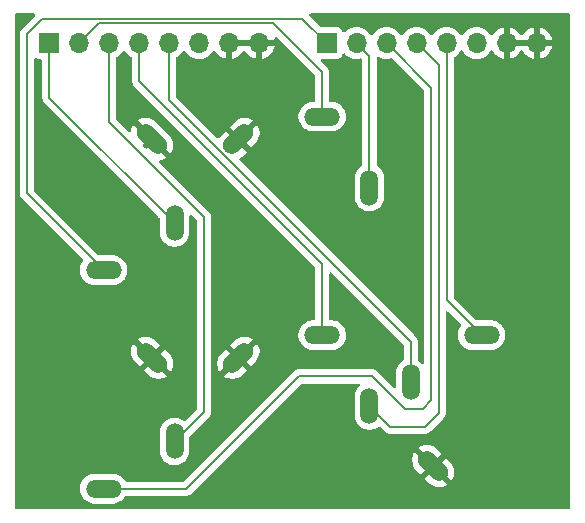
<source format=gbl>
%TF.GenerationSoftware,KiCad,Pcbnew,8.0.5*%
%TF.CreationDate,2024-12-03T21:43:17+01:00*%
%TF.ProjectId,DMH_Mixer_PCB_Conn,444d485f-4d69-4786-9572-5f5043425f43,1*%
%TF.SameCoordinates,Original*%
%TF.FileFunction,Copper,L2,Bot*%
%TF.FilePolarity,Positive*%
%FSLAX46Y46*%
G04 Gerber Fmt 4.6, Leading zero omitted, Abs format (unit mm)*
G04 Created by KiCad (PCBNEW 8.0.5) date 2024-12-03 21:43:17*
%MOMM*%
%LPD*%
G01*
G04 APERTURE LIST*
G04 Aperture macros list*
%AMHorizOval*
0 Thick line with rounded ends*
0 $1 width*
0 $2 $3 position (X,Y) of the first rounded end (center of the circle)*
0 $4 $5 position (X,Y) of the second rounded end (center of the circle)*
0 Add line between two ends*
20,1,$1,$2,$3,$4,$5,0*
0 Add two circle primitives to create the rounded ends*
1,1,$1,$2,$3*
1,1,$1,$4,$5*%
G04 Aperture macros list end*
%TA.AperFunction,ComponentPad*%
%ADD10R,1.700000X1.700000*%
%TD*%
%TA.AperFunction,ComponentPad*%
%ADD11O,1.700000X1.700000*%
%TD*%
%TA.AperFunction,ComponentPad*%
%ADD12HorizOval,1.508000X-0.533159X-0.533159X0.533159X0.533159X0*%
%TD*%
%TA.AperFunction,ComponentPad*%
%ADD13O,1.508000X3.016000*%
%TD*%
%TA.AperFunction,ComponentPad*%
%ADD14O,3.016000X1.508000*%
%TD*%
%TA.AperFunction,ComponentPad*%
%ADD15HorizOval,1.508000X-0.533159X0.533159X0.533159X-0.533159X0*%
%TD*%
%TA.AperFunction,Conductor*%
%ADD16C,0.200000*%
%TD*%
G04 APERTURE END LIST*
D10*
%TO.P,J50,1,Pin_1*%
%TO.N,/Inputs and Outputs/Input 1 Jack*%
X77875000Y-177500000D03*
D11*
%TO.P,J50,2,Pin_2*%
%TO.N,/Inputs and Outputs/Input 2 Jack*%
X80415000Y-177500000D03*
%TO.P,J50,3,Pin_3*%
%TO.N,/Inputs and Outputs/Input 3 Jack*%
X82955000Y-177500000D03*
%TO.P,J50,4,Pin_4*%
%TO.N,/Inputs and Outputs/Input 4 Jack*%
X85495000Y-177500000D03*
%TO.P,J50,5,Pin_5*%
%TO.N,/Inputs and Outputs/Output Jack*%
X88035000Y-177500000D03*
%TO.P,J50,6,Pin_6*%
%TO.N,unconnected-(J50-Pin_6-Pad6)*%
X90575000Y-177500000D03*
%TO.P,J50,7,Pin_7*%
%TO.N,GND*%
X93115000Y-177500000D03*
%TO.P,J50,8,Pin_8*%
X95655000Y-177500000D03*
%TD*%
D12*
%TO.P,J4,S*%
%TO.N,GND*%
X70403810Y-204153810D03*
D13*
%TO.P,J4,T*%
%TO.N,/Inputs and Outputs/Input 4 Jack*%
X81500000Y-208250000D03*
D14*
%TO.P,J4,TN*%
%TO.N,Net-(J60-Pin_4)*%
X77500000Y-202250000D03*
%TD*%
D10*
%TO.P,J60,1,Pin_1*%
%TO.N,Net-(J60-Pin_1)*%
X54380000Y-177500000D03*
D11*
%TO.P,J60,2,Pin_2*%
%TO.N,Net-(J60-Pin_2)*%
X56920000Y-177500000D03*
%TO.P,J60,3,Pin_3*%
%TO.N,Net-(J60-Pin_3)*%
X59460000Y-177500000D03*
%TO.P,J60,4,Pin_4*%
%TO.N,Net-(J60-Pin_4)*%
X62000000Y-177500000D03*
%TO.P,J60,5,Pin_5*%
%TO.N,Net-(J60-Pin_5)*%
X64540000Y-177500000D03*
%TO.P,J60,6,Pin_6*%
%TO.N,unconnected-(J60-Pin_6-Pad6)*%
X67080000Y-177500000D03*
%TO.P,J60,7,Pin_7*%
%TO.N,GND*%
X69620000Y-177500000D03*
%TO.P,J60,8,Pin_8*%
X72160000Y-177500000D03*
%TD*%
D12*
%TO.P,J2,S*%
%TO.N,GND*%
X70403810Y-185653810D03*
D13*
%TO.P,J2,T*%
%TO.N,/Inputs and Outputs/Input 2 Jack*%
X81500000Y-189750000D03*
D14*
%TO.P,J2,TN*%
%TO.N,Net-(J60-Pin_2)*%
X77500000Y-183750000D03*
%TD*%
D15*
%TO.P,J1,S*%
%TO.N,GND*%
X63096190Y-185653810D03*
D14*
%TO.P,J1,T*%
%TO.N,/Inputs and Outputs/Input 1 Jack*%
X59000000Y-196750000D03*
D13*
%TO.P,J1,TN*%
%TO.N,Net-(J60-Pin_1)*%
X65000000Y-192750000D03*
%TD*%
D15*
%TO.P,J3,S*%
%TO.N,GND*%
X63096190Y-204153810D03*
D14*
%TO.P,J3,T*%
%TO.N,/Inputs and Outputs/Input 3 Jack*%
X59000000Y-215250000D03*
D13*
%TO.P,J3,TN*%
%TO.N,Net-(J60-Pin_3)*%
X65000000Y-211250000D03*
%TD*%
D15*
%TO.P,J5,S*%
%TO.N,GND*%
X86903810Y-213346190D03*
D14*
%TO.P,J5,T*%
%TO.N,/Inputs and Outputs/Output Jack*%
X91000000Y-202250000D03*
D13*
%TO.P,J5,TN*%
%TO.N,Net-(J60-Pin_5)*%
X85000000Y-206250000D03*
%TD*%
D16*
%TO.N,Net-(J60-Pin_1)*%
X54380000Y-177500000D02*
X54380000Y-182130000D01*
X54380000Y-182130000D02*
X65000000Y-192750000D01*
%TO.N,Net-(J60-Pin_2)*%
X77500000Y-180000000D02*
X77500000Y-183750000D01*
X73350000Y-175850000D02*
X77500000Y-180000000D01*
X58570000Y-175850000D02*
X73350000Y-175850000D01*
X56920000Y-177500000D02*
X58570000Y-175850000D01*
%TO.N,Net-(J60-Pin_3)*%
X59460000Y-177500000D02*
X59460000Y-184210000D01*
X67500000Y-192250000D02*
X67500000Y-208750000D01*
X59460000Y-184210000D02*
X67500000Y-192250000D01*
X67500000Y-208750000D02*
X65000000Y-211250000D01*
%TO.N,Net-(J60-Pin_4)*%
X62000000Y-177500000D02*
X62000000Y-180750000D01*
X77500000Y-196250000D02*
X77500000Y-202250000D01*
X62000000Y-180750000D02*
X77500000Y-196250000D01*
%TO.N,Net-(J60-Pin_5)*%
X64540000Y-182346900D02*
X85000000Y-202806900D01*
X64540000Y-177500000D02*
X64540000Y-182346900D01*
X85000000Y-202806900D02*
X85000000Y-206250000D01*
%TO.N,/Inputs and Outputs/Input 1 Jack*%
X77875000Y-177500000D02*
X75825000Y-175450000D01*
X52500000Y-190250000D02*
X59000000Y-196750000D01*
X75825000Y-175450000D02*
X53800000Y-175450000D01*
X53800000Y-175450000D02*
X52500000Y-176750000D01*
X52500000Y-176750000D02*
X52500000Y-190250000D01*
%TO.N,/Inputs and Outputs/Input 2 Jack*%
X81500000Y-178585000D02*
X81500000Y-189750000D01*
X80415000Y-177500000D02*
X81500000Y-178585000D01*
%TO.N,/Inputs and Outputs/Input 3 Jack*%
X84500000Y-208500000D02*
X81750000Y-205750000D01*
X82955000Y-177500000D02*
X86750000Y-181295000D01*
X81750000Y-205750000D02*
X75500000Y-205750000D01*
X86750000Y-207750000D02*
X86000000Y-208500000D01*
X66000000Y-215250000D02*
X59000000Y-215250000D01*
X75500000Y-205750000D02*
X66000000Y-215250000D01*
X86000000Y-208500000D02*
X84500000Y-208500000D01*
X86750000Y-181295000D02*
X86750000Y-207750000D01*
%TO.N,/Inputs and Outputs/Output Jack*%
X88035000Y-199285000D02*
X91000000Y-202250000D01*
X88035000Y-177500000D02*
X88035000Y-199285000D01*
%TO.N,/Inputs and Outputs/Input 4 Jack*%
X87350000Y-208834314D02*
X86184314Y-210000000D01*
X87350000Y-179355000D02*
X87350000Y-208834314D01*
X83250000Y-210000000D02*
X81500000Y-208250000D01*
X86184314Y-210000000D02*
X83250000Y-210000000D01*
X85495000Y-177500000D02*
X87350000Y-179355000D01*
%TD*%
%TA.AperFunction,Conductor*%
%TO.N,GND*%
G36*
X53167941Y-175020185D02*
G01*
X53213696Y-175072989D01*
X53223640Y-175142147D01*
X53194615Y-175205703D01*
X53188583Y-175212181D01*
X52019481Y-176381282D01*
X52019477Y-176381287D01*
X51973165Y-176461504D01*
X51973165Y-176461505D01*
X51940423Y-176518214D01*
X51940423Y-176518215D01*
X51899499Y-176670943D01*
X51899499Y-176670945D01*
X51899499Y-176839046D01*
X51899500Y-176839059D01*
X51899500Y-190163330D01*
X51899499Y-190163348D01*
X51899499Y-190329054D01*
X51899498Y-190329054D01*
X51940423Y-190481785D01*
X51969358Y-190531900D01*
X51969359Y-190531904D01*
X51969360Y-190531904D01*
X52019479Y-190618714D01*
X52019481Y-190618717D01*
X52138349Y-190737585D01*
X52138355Y-190737590D01*
X57232914Y-195832149D01*
X57266399Y-195893472D01*
X57261415Y-195963164D01*
X57245552Y-195992714D01*
X57173057Y-196092496D01*
X57083408Y-196268441D01*
X57022389Y-196456236D01*
X56991500Y-196651263D01*
X56991500Y-196848736D01*
X57022389Y-197043763D01*
X57083408Y-197231558D01*
X57083409Y-197231561D01*
X57173056Y-197407501D01*
X57173058Y-197407504D01*
X57289115Y-197567246D01*
X57428753Y-197706884D01*
X57578234Y-197815486D01*
X57588499Y-197822944D01*
X57764439Y-197912591D01*
X57889637Y-197953270D01*
X57952236Y-197973610D01*
X58147264Y-198004500D01*
X58147269Y-198004500D01*
X59852736Y-198004500D01*
X60047763Y-197973610D01*
X60235561Y-197912591D01*
X60411501Y-197822944D01*
X60501192Y-197757779D01*
X60571246Y-197706884D01*
X60571248Y-197706881D01*
X60571252Y-197706879D01*
X60710879Y-197567252D01*
X60710881Y-197567248D01*
X60710884Y-197567246D01*
X60761779Y-197497192D01*
X60826944Y-197407501D01*
X60916591Y-197231561D01*
X60977610Y-197043763D01*
X60990515Y-196962284D01*
X61008500Y-196848736D01*
X61008500Y-196651263D01*
X60977610Y-196456236D01*
X60957270Y-196393637D01*
X60916591Y-196268439D01*
X60826944Y-196092499D01*
X60754447Y-195992714D01*
X60710884Y-195932753D01*
X60571246Y-195793115D01*
X60411504Y-195677058D01*
X60411503Y-195677057D01*
X60411501Y-195677056D01*
X60235561Y-195587409D01*
X60235558Y-195587408D01*
X60047763Y-195526389D01*
X59852736Y-195495500D01*
X59852731Y-195495500D01*
X58646097Y-195495500D01*
X58579058Y-195475815D01*
X58558416Y-195459181D01*
X53136819Y-190037584D01*
X53103334Y-189976261D01*
X53100500Y-189949903D01*
X53100500Y-178900585D01*
X53120185Y-178833546D01*
X53172989Y-178787791D01*
X53242147Y-178777847D01*
X53283929Y-178791754D01*
X53287669Y-178793796D01*
X53422517Y-178844091D01*
X53482127Y-178850500D01*
X53655500Y-178850499D01*
X53722539Y-178870183D01*
X53768294Y-178922987D01*
X53779500Y-178974499D01*
X53779500Y-182043330D01*
X53779499Y-182043348D01*
X53779499Y-182209054D01*
X53779498Y-182209054D01*
X53820423Y-182361785D01*
X53849358Y-182411900D01*
X53849359Y-182411904D01*
X53849360Y-182411904D01*
X53899479Y-182498714D01*
X53899481Y-182498717D01*
X54018349Y-182617585D01*
X54018355Y-182617590D01*
X63709181Y-192308416D01*
X63742666Y-192369739D01*
X63745500Y-192396097D01*
X63745500Y-193602736D01*
X63776389Y-193797763D01*
X63837408Y-193985558D01*
X63837409Y-193985561D01*
X63927056Y-194161501D01*
X63927058Y-194161504D01*
X64043115Y-194321246D01*
X64182753Y-194460884D01*
X64332234Y-194569486D01*
X64342499Y-194576944D01*
X64518439Y-194666591D01*
X64643637Y-194707270D01*
X64706236Y-194727610D01*
X64901264Y-194758500D01*
X64901269Y-194758500D01*
X65098736Y-194758500D01*
X65293763Y-194727610D01*
X65481561Y-194666591D01*
X65657501Y-194576944D01*
X65747192Y-194511779D01*
X65817246Y-194460884D01*
X65817248Y-194460881D01*
X65817252Y-194460879D01*
X65956879Y-194321252D01*
X65956881Y-194321248D01*
X65956884Y-194321246D01*
X66007779Y-194251192D01*
X66072944Y-194161501D01*
X66162591Y-193985561D01*
X66223610Y-193797763D01*
X66254500Y-193602736D01*
X66254500Y-192153097D01*
X66274185Y-192086058D01*
X66326989Y-192040303D01*
X66396147Y-192030359D01*
X66459703Y-192059384D01*
X66466181Y-192065416D01*
X66863181Y-192462416D01*
X66896666Y-192523739D01*
X66899500Y-192550097D01*
X66899500Y-208449903D01*
X66879815Y-208516942D01*
X66863181Y-208537584D01*
X65917850Y-209482914D01*
X65856527Y-209516399D01*
X65786835Y-209511415D01*
X65757284Y-209495552D01*
X65657500Y-209423055D01*
X65539991Y-209363181D01*
X65481561Y-209333409D01*
X65481558Y-209333408D01*
X65293763Y-209272389D01*
X65098736Y-209241500D01*
X65098731Y-209241500D01*
X64901269Y-209241500D01*
X64901264Y-209241500D01*
X64706236Y-209272389D01*
X64518441Y-209333408D01*
X64342495Y-209423058D01*
X64182753Y-209539115D01*
X64043115Y-209678753D01*
X63927058Y-209838495D01*
X63837408Y-210014441D01*
X63776389Y-210202236D01*
X63745500Y-210397263D01*
X63745500Y-212102736D01*
X63776389Y-212297763D01*
X63837408Y-212485558D01*
X63837409Y-212485561D01*
X63914192Y-212636254D01*
X63927058Y-212661504D01*
X64043115Y-212821246D01*
X64182753Y-212960884D01*
X64322507Y-213062419D01*
X64342499Y-213076944D01*
X64518439Y-213166591D01*
X64643637Y-213207270D01*
X64706236Y-213227610D01*
X64901264Y-213258500D01*
X64901269Y-213258500D01*
X65098736Y-213258500D01*
X65293763Y-213227610D01*
X65310690Y-213222110D01*
X65481561Y-213166591D01*
X65657501Y-213076944D01*
X65773542Y-212992636D01*
X65817246Y-212960884D01*
X65817248Y-212960881D01*
X65817252Y-212960879D01*
X65956879Y-212821252D01*
X65956881Y-212821248D01*
X65956884Y-212821246D01*
X66007779Y-212751192D01*
X66072944Y-212661501D01*
X66162591Y-212485561D01*
X66223610Y-212297763D01*
X66225996Y-212282701D01*
X66254500Y-212102736D01*
X66254500Y-210896096D01*
X66274185Y-210829057D01*
X66290814Y-210808420D01*
X67868713Y-209230521D01*
X67868716Y-209230520D01*
X67980520Y-209118716D01*
X68030639Y-209031904D01*
X68059577Y-208981785D01*
X68100501Y-208829057D01*
X68100501Y-208670943D01*
X68100501Y-208663348D01*
X68100500Y-208663330D01*
X68100500Y-204588277D01*
X68616651Y-204588277D01*
X68616651Y-204785660D01*
X68647529Y-204980616D01*
X68708521Y-205168335D01*
X68708522Y-205168338D01*
X68798134Y-205344210D01*
X68824106Y-205379958D01*
X68824107Y-205379958D01*
X69390517Y-204813548D01*
X69407555Y-204877132D01*
X69473381Y-204991147D01*
X69566473Y-205084239D01*
X69680488Y-205150065D01*
X69744069Y-205167101D01*
X69177660Y-205733510D01*
X69177660Y-205733511D01*
X69213415Y-205759488D01*
X69389281Y-205849097D01*
X69389284Y-205849098D01*
X69577003Y-205910090D01*
X69771960Y-205940969D01*
X69969342Y-205940969D01*
X70164298Y-205910090D01*
X70352017Y-205849098D01*
X70352020Y-205849097D01*
X70527890Y-205759486D01*
X70687578Y-205643464D01*
X70687579Y-205643464D01*
X71113745Y-205217298D01*
X71113745Y-205217297D01*
X70580586Y-204684139D01*
X70934139Y-204330586D01*
X71467297Y-204863745D01*
X71893463Y-204437579D01*
X71893463Y-204437578D01*
X72009485Y-204277889D01*
X72009489Y-204277883D01*
X72099097Y-204102021D01*
X72099099Y-204102015D01*
X72160090Y-203914300D01*
X72190969Y-203719343D01*
X72190969Y-203521959D01*
X72160090Y-203327003D01*
X72099098Y-203139284D01*
X72099097Y-203139281D01*
X72009489Y-202963419D01*
X72009481Y-202963406D01*
X71983511Y-202927661D01*
X71983510Y-202927660D01*
X71417102Y-203494068D01*
X71400066Y-203430488D01*
X71334240Y-203316472D01*
X71241148Y-203223380D01*
X71127132Y-203157554D01*
X71063549Y-203140517D01*
X71629958Y-202574108D01*
X71594208Y-202548134D01*
X71418338Y-202458522D01*
X71418335Y-202458521D01*
X71230616Y-202397529D01*
X71035660Y-202366651D01*
X70838277Y-202366651D01*
X70643319Y-202397529D01*
X70455604Y-202458520D01*
X70455598Y-202458522D01*
X70279736Y-202548130D01*
X70279730Y-202548134D01*
X70120041Y-202664156D01*
X70120039Y-202664157D01*
X69693875Y-203090320D01*
X69693875Y-203090321D01*
X70227033Y-203623479D01*
X69873480Y-203977032D01*
X69340321Y-203443874D01*
X69340320Y-203443874D01*
X68914156Y-203870039D01*
X68914155Y-203870041D01*
X68798133Y-204029729D01*
X68708522Y-204205599D01*
X68708521Y-204205602D01*
X68647529Y-204393321D01*
X68616651Y-204588277D01*
X68100500Y-204588277D01*
X68100500Y-192339059D01*
X68100501Y-192339046D01*
X68100501Y-192170945D01*
X68100501Y-192170943D01*
X68059577Y-192018215D01*
X68030639Y-191968095D01*
X67980520Y-191881284D01*
X67868716Y-191769480D01*
X67868715Y-191769479D01*
X67864385Y-191765149D01*
X67864374Y-191765139D01*
X63737970Y-187638735D01*
X63704485Y-187577412D01*
X63709469Y-187507720D01*
X63751341Y-187451787D01*
X63806253Y-187428581D01*
X63922996Y-187410090D01*
X64110715Y-187349098D01*
X64110718Y-187349097D01*
X64286590Y-187259485D01*
X64322337Y-187233512D01*
X64322337Y-187233510D01*
X63755929Y-186667102D01*
X63819512Y-186650066D01*
X63933528Y-186584240D01*
X64026620Y-186491148D01*
X64092446Y-186377132D01*
X64109482Y-186313549D01*
X64675890Y-186879957D01*
X64675892Y-186879957D01*
X64701865Y-186844210D01*
X64791477Y-186668338D01*
X64791478Y-186668335D01*
X64852470Y-186480616D01*
X64883349Y-186285660D01*
X64883349Y-186088276D01*
X64852470Y-185893319D01*
X64791479Y-185705604D01*
X64791477Y-185705598D01*
X64701869Y-185529736D01*
X64701865Y-185529730D01*
X64585843Y-185370041D01*
X64585843Y-185370040D01*
X63379959Y-184164155D01*
X63220270Y-184048133D01*
X63044400Y-183958522D01*
X63044397Y-183958521D01*
X62856678Y-183897529D01*
X62661722Y-183866651D01*
X62464340Y-183866651D01*
X62269383Y-183897529D01*
X62081664Y-183958521D01*
X62081661Y-183958522D01*
X61905789Y-184048134D01*
X61870040Y-184074106D01*
X61870039Y-184074107D01*
X62436450Y-184640518D01*
X62372868Y-184657555D01*
X62258853Y-184723381D01*
X62165761Y-184816473D01*
X62099935Y-184930488D01*
X62082898Y-184994070D01*
X61516487Y-184427659D01*
X61516486Y-184427660D01*
X61490514Y-184463409D01*
X61400902Y-184639281D01*
X61400901Y-184639284D01*
X61339909Y-184827003D01*
X61321418Y-184943747D01*
X61291488Y-185006881D01*
X61232176Y-185043812D01*
X61162314Y-185042814D01*
X61111264Y-185012029D01*
X60096819Y-183997584D01*
X60063334Y-183936261D01*
X60060500Y-183909903D01*
X60060500Y-178789090D01*
X60080185Y-178722051D01*
X60132101Y-178676706D01*
X60137830Y-178674035D01*
X60331401Y-178538495D01*
X60498495Y-178371401D01*
X60628425Y-178185842D01*
X60683002Y-178142217D01*
X60752500Y-178135023D01*
X60814855Y-178166546D01*
X60831575Y-178185842D01*
X60961281Y-178371082D01*
X60961505Y-178371401D01*
X61128599Y-178538495D01*
X61225384Y-178606265D01*
X61322165Y-178674032D01*
X61322167Y-178674033D01*
X61322170Y-178674035D01*
X61327898Y-178676706D01*
X61380339Y-178722872D01*
X61399500Y-178789090D01*
X61399500Y-180663330D01*
X61399499Y-180663348D01*
X61399499Y-180829054D01*
X61399498Y-180829054D01*
X61440423Y-180981785D01*
X61469358Y-181031900D01*
X61469359Y-181031904D01*
X61469360Y-181031904D01*
X61519479Y-181118714D01*
X61519481Y-181118717D01*
X61638349Y-181237585D01*
X61638355Y-181237590D01*
X76863181Y-196462416D01*
X76896666Y-196523739D01*
X76899500Y-196550097D01*
X76899500Y-200871500D01*
X76879815Y-200938539D01*
X76827011Y-200984294D01*
X76775500Y-200995500D01*
X76647264Y-200995500D01*
X76452236Y-201026389D01*
X76264441Y-201087408D01*
X76088495Y-201177058D01*
X75928753Y-201293115D01*
X75789115Y-201432753D01*
X75673058Y-201592495D01*
X75583408Y-201768441D01*
X75522389Y-201956236D01*
X75491500Y-202151263D01*
X75491500Y-202348736D01*
X75522389Y-202543763D01*
X75561508Y-202664156D01*
X75583409Y-202731561D01*
X75673056Y-202907501D01*
X75673058Y-202907504D01*
X75789115Y-203067246D01*
X75928753Y-203206884D01*
X76078234Y-203315486D01*
X76088499Y-203322944D01*
X76264439Y-203412591D01*
X76360719Y-203443874D01*
X76452236Y-203473610D01*
X76647264Y-203504500D01*
X76647269Y-203504500D01*
X78352736Y-203504500D01*
X78547763Y-203473610D01*
X78735561Y-203412591D01*
X78911501Y-203322944D01*
X79048539Y-203223381D01*
X79071246Y-203206884D01*
X79071248Y-203206881D01*
X79071252Y-203206879D01*
X79210879Y-203067252D01*
X79210881Y-203067248D01*
X79210884Y-203067246D01*
X79261779Y-202997192D01*
X79326944Y-202907501D01*
X79416591Y-202731561D01*
X79477610Y-202543763D01*
X79491111Y-202458520D01*
X79508500Y-202348736D01*
X79508500Y-202151263D01*
X79477610Y-201956236D01*
X79457270Y-201893637D01*
X79416591Y-201768439D01*
X79326944Y-201592499D01*
X79254447Y-201492714D01*
X79210884Y-201432753D01*
X79071246Y-201293115D01*
X78911504Y-201177058D01*
X78911503Y-201177057D01*
X78911501Y-201177056D01*
X78735561Y-201087409D01*
X78735558Y-201087408D01*
X78547763Y-201026389D01*
X78352736Y-200995500D01*
X78352731Y-200995500D01*
X78224500Y-200995500D01*
X78157461Y-200975815D01*
X78111706Y-200923011D01*
X78100500Y-200871500D01*
X78100500Y-197055997D01*
X78120185Y-196988958D01*
X78172989Y-196943203D01*
X78242147Y-196933259D01*
X78305703Y-196962284D01*
X78312181Y-196968316D01*
X84363181Y-203019316D01*
X84396666Y-203080639D01*
X84399500Y-203106997D01*
X84399500Y-204318682D01*
X84379815Y-204385721D01*
X84345675Y-204419139D01*
X84346440Y-204420192D01*
X84182753Y-204539115D01*
X84043115Y-204678753D01*
X83927058Y-204838495D01*
X83837408Y-205014441D01*
X83776389Y-205202236D01*
X83745500Y-205397263D01*
X83745500Y-206596903D01*
X83725815Y-206663942D01*
X83673011Y-206709697D01*
X83603853Y-206719641D01*
X83540297Y-206690616D01*
X83533819Y-206684584D01*
X82237590Y-205388355D01*
X82237588Y-205388352D01*
X82118717Y-205269481D01*
X82118716Y-205269480D01*
X82031904Y-205219360D01*
X82031904Y-205219359D01*
X82031900Y-205219358D01*
X81981785Y-205190423D01*
X81829057Y-205149499D01*
X81670943Y-205149499D01*
X81663347Y-205149499D01*
X81663331Y-205149500D01*
X75586669Y-205149500D01*
X75586653Y-205149499D01*
X75579057Y-205149499D01*
X75420943Y-205149499D01*
X75313587Y-205178265D01*
X75268210Y-205190424D01*
X75268209Y-205190425D01*
X75218096Y-205219359D01*
X75218095Y-205219360D01*
X75174689Y-205244420D01*
X75131285Y-205269479D01*
X75131282Y-205269481D01*
X75056554Y-205344210D01*
X75019480Y-205381284D01*
X75019478Y-205381286D01*
X70386324Y-210014441D01*
X65787584Y-214613181D01*
X65726261Y-214646666D01*
X65699903Y-214649500D01*
X60931318Y-214649500D01*
X60864279Y-214629815D01*
X60830860Y-214595675D01*
X60829808Y-214596440D01*
X60710884Y-214432753D01*
X60571246Y-214293115D01*
X60411504Y-214177058D01*
X60411503Y-214177057D01*
X60411501Y-214177056D01*
X60235561Y-214087409D01*
X60235558Y-214087408D01*
X60047763Y-214026389D01*
X59852736Y-213995500D01*
X59852731Y-213995500D01*
X58147269Y-213995500D01*
X58147264Y-213995500D01*
X57952236Y-214026389D01*
X57764441Y-214087408D01*
X57588495Y-214177058D01*
X57428753Y-214293115D01*
X57289115Y-214432753D01*
X57173058Y-214592495D01*
X57083408Y-214768441D01*
X57022389Y-214956236D01*
X56991500Y-215151263D01*
X56991500Y-215348736D01*
X57022389Y-215543763D01*
X57083070Y-215730519D01*
X57083409Y-215731561D01*
X57173056Y-215907501D01*
X57173058Y-215907504D01*
X57289115Y-216067246D01*
X57428753Y-216206884D01*
X57578234Y-216315486D01*
X57588499Y-216322944D01*
X57764439Y-216412591D01*
X57889637Y-216453270D01*
X57952236Y-216473610D01*
X58147264Y-216504500D01*
X58147269Y-216504500D01*
X59852736Y-216504500D01*
X60047763Y-216473610D01*
X60235561Y-216412591D01*
X60411501Y-216322944D01*
X60501192Y-216257779D01*
X60571246Y-216206884D01*
X60571248Y-216206881D01*
X60571252Y-216206879D01*
X60710879Y-216067252D01*
X60710881Y-216067248D01*
X60710884Y-216067246D01*
X60829808Y-215903560D01*
X60831238Y-215904599D01*
X60877407Y-215862833D01*
X60931318Y-215850500D01*
X65913331Y-215850500D01*
X65913347Y-215850501D01*
X65920943Y-215850501D01*
X66079054Y-215850501D01*
X66079057Y-215850501D01*
X66231785Y-215809577D01*
X66281904Y-215780639D01*
X66368716Y-215730520D01*
X66480520Y-215618716D01*
X66480520Y-215618714D01*
X66490728Y-215608507D01*
X66490729Y-215608504D01*
X69384895Y-212714339D01*
X85116651Y-212714339D01*
X85116651Y-212911722D01*
X85147529Y-213106678D01*
X85208521Y-213294397D01*
X85208522Y-213294400D01*
X85298133Y-213470270D01*
X85414155Y-213629958D01*
X85414155Y-213629959D01*
X85840321Y-214056125D01*
X86373480Y-213522966D01*
X86727033Y-213876519D01*
X86193875Y-214409678D01*
X86620040Y-214835843D01*
X86779730Y-214951865D01*
X86779736Y-214951869D01*
X86955598Y-215041477D01*
X86955604Y-215041479D01*
X87143320Y-215102470D01*
X87143319Y-215102470D01*
X87338277Y-215133349D01*
X87535660Y-215133349D01*
X87730616Y-215102470D01*
X87918335Y-215041478D01*
X87918338Y-215041477D01*
X88094210Y-214951865D01*
X88129957Y-214925892D01*
X88129957Y-214925890D01*
X87563549Y-214359482D01*
X87627132Y-214342446D01*
X87741148Y-214276620D01*
X87834240Y-214183528D01*
X87900066Y-214069512D01*
X87917102Y-214005929D01*
X88483510Y-214572337D01*
X88483512Y-214572337D01*
X88509485Y-214536590D01*
X88599097Y-214360718D01*
X88599098Y-214360715D01*
X88660090Y-214172996D01*
X88690969Y-213978040D01*
X88690969Y-213780656D01*
X88660090Y-213585699D01*
X88599099Y-213397984D01*
X88599097Y-213397978D01*
X88509489Y-213222116D01*
X88509485Y-213222110D01*
X88393463Y-213062421D01*
X88393462Y-213062419D01*
X87967299Y-212636254D01*
X87967297Y-212636254D01*
X87434139Y-213169412D01*
X87080585Y-212815859D01*
X87613745Y-212282701D01*
X87187579Y-211856535D01*
X87027890Y-211740513D01*
X86852020Y-211650902D01*
X86852017Y-211650901D01*
X86664298Y-211589909D01*
X86469342Y-211559031D01*
X86271960Y-211559031D01*
X86077003Y-211589909D01*
X85889284Y-211650901D01*
X85889281Y-211650902D01*
X85713409Y-211740514D01*
X85677660Y-211766486D01*
X85677659Y-211766487D01*
X86244070Y-212332898D01*
X86180488Y-212349935D01*
X86066473Y-212415761D01*
X85973381Y-212508853D01*
X85907555Y-212622868D01*
X85890518Y-212686450D01*
X85324107Y-212120039D01*
X85324106Y-212120040D01*
X85298134Y-212155789D01*
X85208522Y-212331661D01*
X85208521Y-212331664D01*
X85147529Y-212519383D01*
X85116651Y-212714339D01*
X69384895Y-212714339D01*
X75712416Y-206386819D01*
X75773739Y-206353334D01*
X75800097Y-206350500D01*
X80572007Y-206350500D01*
X80639046Y-206370185D01*
X80684801Y-206422989D01*
X80694745Y-206492147D01*
X80665720Y-206555703D01*
X80659688Y-206562181D01*
X80543119Y-206678749D01*
X80543115Y-206678753D01*
X80427058Y-206838495D01*
X80337408Y-207014441D01*
X80276389Y-207202236D01*
X80245500Y-207397263D01*
X80245500Y-209102736D01*
X80276389Y-209297763D01*
X80336549Y-209482914D01*
X80337409Y-209485561D01*
X80427056Y-209661501D01*
X80427058Y-209661504D01*
X80543115Y-209821246D01*
X80682753Y-209960884D01*
X80832234Y-210069486D01*
X80842499Y-210076944D01*
X81018439Y-210166591D01*
X81128144Y-210202236D01*
X81206236Y-210227610D01*
X81401264Y-210258500D01*
X81401269Y-210258500D01*
X81598736Y-210258500D01*
X81793763Y-210227610D01*
X81981561Y-210166591D01*
X82157501Y-210076944D01*
X82257285Y-210004446D01*
X82323088Y-209980968D01*
X82391142Y-209996793D01*
X82417849Y-210017085D01*
X82881284Y-210480520D01*
X82881286Y-210480521D01*
X82881290Y-210480524D01*
X83018209Y-210559573D01*
X83018216Y-210559577D01*
X83170943Y-210600501D01*
X83170945Y-210600501D01*
X83336654Y-210600501D01*
X83336670Y-210600500D01*
X86097645Y-210600500D01*
X86097661Y-210600501D01*
X86105257Y-210600501D01*
X86263368Y-210600501D01*
X86263371Y-210600501D01*
X86416099Y-210559577D01*
X86466218Y-210530639D01*
X86553030Y-210480520D01*
X86664834Y-210368716D01*
X86664834Y-210368714D01*
X86675042Y-210358507D01*
X86675044Y-210358504D01*
X87708506Y-209325042D01*
X87708511Y-209325038D01*
X87718714Y-209314834D01*
X87718716Y-209314834D01*
X87830520Y-209203030D01*
X87890846Y-209098541D01*
X87909577Y-209066099D01*
X87950501Y-208913371D01*
X87950501Y-208755257D01*
X87950501Y-208747662D01*
X87950500Y-208747644D01*
X87950500Y-200349097D01*
X87970185Y-200282058D01*
X88022989Y-200236303D01*
X88092147Y-200226359D01*
X88155703Y-200255384D01*
X88162181Y-200261416D01*
X89232914Y-201332149D01*
X89266399Y-201393472D01*
X89261415Y-201463164D01*
X89245552Y-201492714D01*
X89173057Y-201592496D01*
X89083408Y-201768441D01*
X89022389Y-201956236D01*
X88991500Y-202151263D01*
X88991500Y-202348736D01*
X89022389Y-202543763D01*
X89061508Y-202664156D01*
X89083409Y-202731561D01*
X89173056Y-202907501D01*
X89173058Y-202907504D01*
X89289115Y-203067246D01*
X89428753Y-203206884D01*
X89578234Y-203315486D01*
X89588499Y-203322944D01*
X89764439Y-203412591D01*
X89860719Y-203443874D01*
X89952236Y-203473610D01*
X90147264Y-203504500D01*
X90147269Y-203504500D01*
X91852736Y-203504500D01*
X92047763Y-203473610D01*
X92235561Y-203412591D01*
X92411501Y-203322944D01*
X92548539Y-203223381D01*
X92571246Y-203206884D01*
X92571248Y-203206881D01*
X92571252Y-203206879D01*
X92710879Y-203067252D01*
X92710881Y-203067248D01*
X92710884Y-203067246D01*
X92761779Y-202997192D01*
X92826944Y-202907501D01*
X92916591Y-202731561D01*
X92977610Y-202543763D01*
X92991111Y-202458520D01*
X93008500Y-202348736D01*
X93008500Y-202151263D01*
X92977610Y-201956236D01*
X92957270Y-201893637D01*
X92916591Y-201768439D01*
X92826944Y-201592499D01*
X92754447Y-201492714D01*
X92710884Y-201432753D01*
X92571246Y-201293115D01*
X92411504Y-201177058D01*
X92411503Y-201177057D01*
X92411501Y-201177056D01*
X92235561Y-201087409D01*
X92235558Y-201087408D01*
X92047763Y-201026389D01*
X91852736Y-200995500D01*
X91852731Y-200995500D01*
X90646097Y-200995500D01*
X90579058Y-200975815D01*
X90558416Y-200959181D01*
X88671819Y-199072584D01*
X88638334Y-199011261D01*
X88635500Y-198984903D01*
X88635500Y-178789090D01*
X88655185Y-178722051D01*
X88707101Y-178676706D01*
X88712830Y-178674035D01*
X88906401Y-178538495D01*
X89073495Y-178371401D01*
X89203425Y-178185842D01*
X89258002Y-178142217D01*
X89327500Y-178135023D01*
X89389855Y-178166546D01*
X89406575Y-178185842D01*
X89536281Y-178371082D01*
X89536505Y-178371401D01*
X89703599Y-178538495D01*
X89800384Y-178606265D01*
X89897165Y-178674032D01*
X89897167Y-178674033D01*
X89897170Y-178674035D01*
X90111337Y-178773903D01*
X90339592Y-178835063D01*
X90516034Y-178850500D01*
X90574999Y-178855659D01*
X90575000Y-178855659D01*
X90575001Y-178855659D01*
X90633966Y-178850500D01*
X90810408Y-178835063D01*
X91038663Y-178773903D01*
X91252830Y-178674035D01*
X91446401Y-178538495D01*
X91613495Y-178371401D01*
X91743730Y-178185405D01*
X91798307Y-178141781D01*
X91867805Y-178134587D01*
X91930160Y-178166110D01*
X91946879Y-178185405D01*
X92076890Y-178371078D01*
X92243917Y-178538105D01*
X92437421Y-178673600D01*
X92651507Y-178773429D01*
X92651516Y-178773433D01*
X92865000Y-178830634D01*
X92865000Y-177933012D01*
X92922007Y-177965925D01*
X93049174Y-178000000D01*
X93180826Y-178000000D01*
X93307993Y-177965925D01*
X93365000Y-177933012D01*
X93365000Y-178830633D01*
X93578483Y-178773433D01*
X93578492Y-178773429D01*
X93792578Y-178673600D01*
X93986082Y-178538105D01*
X94153105Y-178371082D01*
X94283425Y-178184968D01*
X94338002Y-178141344D01*
X94407501Y-178134151D01*
X94469855Y-178165673D01*
X94486575Y-178184968D01*
X94616894Y-178371082D01*
X94783917Y-178538105D01*
X94977421Y-178673600D01*
X95191507Y-178773429D01*
X95191516Y-178773433D01*
X95405000Y-178830634D01*
X95405000Y-177933012D01*
X95462007Y-177965925D01*
X95589174Y-178000000D01*
X95720826Y-178000000D01*
X95847993Y-177965925D01*
X95905000Y-177933012D01*
X95905000Y-178830633D01*
X96118483Y-178773433D01*
X96118492Y-178773429D01*
X96332578Y-178673600D01*
X96526082Y-178538105D01*
X96693105Y-178371082D01*
X96828600Y-178177578D01*
X96928429Y-177963492D01*
X96928432Y-177963486D01*
X96985636Y-177750000D01*
X96088012Y-177750000D01*
X96120925Y-177692993D01*
X96155000Y-177565826D01*
X96155000Y-177434174D01*
X96120925Y-177307007D01*
X96088012Y-177250000D01*
X96985636Y-177250000D01*
X96985635Y-177249999D01*
X96928432Y-177036513D01*
X96928429Y-177036507D01*
X96828600Y-176822422D01*
X96828599Y-176822420D01*
X96693113Y-176628926D01*
X96693108Y-176628920D01*
X96526082Y-176461894D01*
X96332578Y-176326399D01*
X96118492Y-176226570D01*
X96118486Y-176226567D01*
X95905000Y-176169364D01*
X95905000Y-177066988D01*
X95847993Y-177034075D01*
X95720826Y-177000000D01*
X95589174Y-177000000D01*
X95462007Y-177034075D01*
X95405000Y-177066988D01*
X95405000Y-176169364D01*
X95404999Y-176169364D01*
X95191513Y-176226567D01*
X95191507Y-176226570D01*
X94977422Y-176326399D01*
X94977420Y-176326400D01*
X94783926Y-176461886D01*
X94783920Y-176461891D01*
X94616891Y-176628920D01*
X94616890Y-176628922D01*
X94486575Y-176815031D01*
X94431998Y-176858655D01*
X94362499Y-176865848D01*
X94300145Y-176834326D01*
X94283425Y-176815031D01*
X94153109Y-176628922D01*
X94153108Y-176628920D01*
X93986082Y-176461894D01*
X93792578Y-176326399D01*
X93578492Y-176226570D01*
X93578486Y-176226567D01*
X93365000Y-176169364D01*
X93365000Y-177066988D01*
X93307993Y-177034075D01*
X93180826Y-177000000D01*
X93049174Y-177000000D01*
X92922007Y-177034075D01*
X92865000Y-177066988D01*
X92865000Y-176169364D01*
X92864999Y-176169364D01*
X92651513Y-176226567D01*
X92651507Y-176226570D01*
X92437422Y-176326399D01*
X92437420Y-176326400D01*
X92243926Y-176461886D01*
X92243920Y-176461891D01*
X92076891Y-176628920D01*
X92076890Y-176628922D01*
X91946880Y-176814595D01*
X91892303Y-176858219D01*
X91822804Y-176865412D01*
X91760450Y-176833890D01*
X91743730Y-176814594D01*
X91613494Y-176628597D01*
X91446401Y-176461505D01*
X91369518Y-176407671D01*
X91252834Y-176325967D01*
X91252830Y-176325965D01*
X91252828Y-176325964D01*
X91038663Y-176226097D01*
X91038659Y-176226096D01*
X91038655Y-176226094D01*
X90810413Y-176164938D01*
X90810403Y-176164936D01*
X90575001Y-176144341D01*
X90574999Y-176144341D01*
X90339596Y-176164936D01*
X90339586Y-176164938D01*
X90111344Y-176226094D01*
X90111335Y-176226098D01*
X89897171Y-176325964D01*
X89897169Y-176325965D01*
X89703597Y-176461505D01*
X89536505Y-176628597D01*
X89406575Y-176814158D01*
X89351998Y-176857783D01*
X89282500Y-176864977D01*
X89220145Y-176833454D01*
X89203425Y-176814158D01*
X89073494Y-176628597D01*
X88906401Y-176461505D01*
X88829518Y-176407671D01*
X88712834Y-176325967D01*
X88712830Y-176325965D01*
X88712828Y-176325964D01*
X88498663Y-176226097D01*
X88498659Y-176226096D01*
X88498655Y-176226094D01*
X88270413Y-176164938D01*
X88270403Y-176164936D01*
X88035001Y-176144341D01*
X88034999Y-176144341D01*
X87799596Y-176164936D01*
X87799586Y-176164938D01*
X87571344Y-176226094D01*
X87571335Y-176226098D01*
X87357171Y-176325964D01*
X87357169Y-176325965D01*
X87163597Y-176461505D01*
X86996505Y-176628597D01*
X86866575Y-176814158D01*
X86811998Y-176857783D01*
X86742500Y-176864977D01*
X86680145Y-176833454D01*
X86663425Y-176814158D01*
X86533494Y-176628597D01*
X86366401Y-176461505D01*
X86289518Y-176407671D01*
X86172834Y-176325967D01*
X86172830Y-176325965D01*
X86172828Y-176325964D01*
X85958663Y-176226097D01*
X85958659Y-176226096D01*
X85958655Y-176226094D01*
X85730413Y-176164938D01*
X85730403Y-176164936D01*
X85495001Y-176144341D01*
X85494999Y-176144341D01*
X85259596Y-176164936D01*
X85259586Y-176164938D01*
X85031344Y-176226094D01*
X85031335Y-176226098D01*
X84817171Y-176325964D01*
X84817169Y-176325965D01*
X84623597Y-176461505D01*
X84456505Y-176628597D01*
X84326575Y-176814158D01*
X84271998Y-176857783D01*
X84202500Y-176864977D01*
X84140145Y-176833454D01*
X84123425Y-176814158D01*
X83993494Y-176628597D01*
X83826401Y-176461505D01*
X83749518Y-176407671D01*
X83632834Y-176325967D01*
X83632830Y-176325965D01*
X83632828Y-176325964D01*
X83418663Y-176226097D01*
X83418659Y-176226096D01*
X83418655Y-176226094D01*
X83190413Y-176164938D01*
X83190403Y-176164936D01*
X82955001Y-176144341D01*
X82954999Y-176144341D01*
X82719596Y-176164936D01*
X82719586Y-176164938D01*
X82491344Y-176226094D01*
X82491335Y-176226098D01*
X82277171Y-176325964D01*
X82277169Y-176325965D01*
X82083597Y-176461505D01*
X81916505Y-176628597D01*
X81786575Y-176814158D01*
X81731998Y-176857783D01*
X81662500Y-176864977D01*
X81600145Y-176833454D01*
X81583425Y-176814158D01*
X81453494Y-176628597D01*
X81286401Y-176461505D01*
X81209518Y-176407671D01*
X81092834Y-176325967D01*
X81092830Y-176325965D01*
X81092828Y-176325964D01*
X80878663Y-176226097D01*
X80878659Y-176226096D01*
X80878655Y-176226094D01*
X80650413Y-176164938D01*
X80650403Y-176164936D01*
X80415001Y-176144341D01*
X80414999Y-176144341D01*
X80179596Y-176164936D01*
X80179586Y-176164938D01*
X79951344Y-176226094D01*
X79951335Y-176226098D01*
X79737171Y-176325964D01*
X79737169Y-176325965D01*
X79543600Y-176461503D01*
X79421673Y-176583430D01*
X79360350Y-176616914D01*
X79290658Y-176611930D01*
X79234725Y-176570058D01*
X79217810Y-176539081D01*
X79168797Y-176407671D01*
X79168793Y-176407664D01*
X79082547Y-176292455D01*
X79082544Y-176292452D01*
X78967335Y-176206206D01*
X78967328Y-176206202D01*
X78832482Y-176155908D01*
X78832483Y-176155908D01*
X78772883Y-176149501D01*
X78772881Y-176149500D01*
X78772873Y-176149500D01*
X78772865Y-176149500D01*
X77425098Y-176149500D01*
X77358059Y-176129815D01*
X77337417Y-176113181D01*
X76436416Y-175212181D01*
X76402931Y-175150858D01*
X76407915Y-175081167D01*
X76449787Y-175025233D01*
X76515251Y-175000816D01*
X76524097Y-175000500D01*
X98375500Y-175000500D01*
X98442539Y-175020185D01*
X98488294Y-175072989D01*
X98499500Y-175124500D01*
X98499500Y-216875500D01*
X98479815Y-216942539D01*
X98427011Y-216988294D01*
X98375500Y-216999500D01*
X51624500Y-216999500D01*
X51557461Y-216979815D01*
X51511706Y-216927011D01*
X51500500Y-216875500D01*
X51500500Y-203521959D01*
X61309031Y-203521959D01*
X61309031Y-203719342D01*
X61339909Y-203914298D01*
X61400901Y-204102017D01*
X61400902Y-204102020D01*
X61490513Y-204277890D01*
X61606535Y-204437578D01*
X61606535Y-204437579D01*
X62032701Y-204863745D01*
X62565860Y-204330586D01*
X62919413Y-204684139D01*
X62386255Y-205217298D01*
X62812420Y-205643463D01*
X62972110Y-205759485D01*
X62972116Y-205759489D01*
X63147978Y-205849097D01*
X63147984Y-205849099D01*
X63335700Y-205910090D01*
X63335699Y-205910090D01*
X63530657Y-205940969D01*
X63728040Y-205940969D01*
X63922996Y-205910090D01*
X64110715Y-205849098D01*
X64110718Y-205849097D01*
X64286590Y-205759485D01*
X64322337Y-205733512D01*
X64322337Y-205733510D01*
X63755929Y-205167102D01*
X63819512Y-205150066D01*
X63933528Y-205084240D01*
X64026620Y-204991148D01*
X64092446Y-204877132D01*
X64109482Y-204813549D01*
X64675890Y-205379957D01*
X64675892Y-205379957D01*
X64701865Y-205344210D01*
X64791477Y-205168338D01*
X64791478Y-205168335D01*
X64852470Y-204980616D01*
X64883349Y-204785660D01*
X64883349Y-204588276D01*
X64852470Y-204393319D01*
X64791479Y-204205604D01*
X64791477Y-204205598D01*
X64701869Y-204029736D01*
X64701865Y-204029730D01*
X64585843Y-203870041D01*
X64585842Y-203870039D01*
X64159679Y-203443874D01*
X64159677Y-203443874D01*
X63626519Y-203977032D01*
X63272965Y-203623479D01*
X63806125Y-203090321D01*
X63379959Y-202664155D01*
X63220270Y-202548133D01*
X63044400Y-202458522D01*
X63044397Y-202458521D01*
X62856678Y-202397529D01*
X62661722Y-202366651D01*
X62464340Y-202366651D01*
X62269383Y-202397529D01*
X62081664Y-202458521D01*
X62081661Y-202458522D01*
X61905789Y-202548134D01*
X61870040Y-202574106D01*
X61870039Y-202574107D01*
X62436450Y-203140518D01*
X62372868Y-203157555D01*
X62258853Y-203223381D01*
X62165761Y-203316473D01*
X62099935Y-203430488D01*
X62082898Y-203494070D01*
X61516487Y-202927659D01*
X61516486Y-202927660D01*
X61490514Y-202963409D01*
X61400902Y-203139281D01*
X61400901Y-203139284D01*
X61339909Y-203327003D01*
X61309031Y-203521959D01*
X51500500Y-203521959D01*
X51500500Y-175124500D01*
X51520185Y-175057461D01*
X51572989Y-175011706D01*
X51624500Y-175000500D01*
X53100902Y-175000500D01*
X53167941Y-175020185D01*
G37*
%TD.AperFunction*%
%TA.AperFunction,Conductor*%
G36*
X73634249Y-176993128D02*
G01*
X73667749Y-177016984D01*
X76863181Y-180212416D01*
X76896666Y-180273739D01*
X76899500Y-180300097D01*
X76899500Y-182371500D01*
X76879815Y-182438539D01*
X76827011Y-182484294D01*
X76775500Y-182495500D01*
X76647264Y-182495500D01*
X76452236Y-182526389D01*
X76264441Y-182587408D01*
X76088495Y-182677058D01*
X75928753Y-182793115D01*
X75789115Y-182932753D01*
X75673058Y-183092495D01*
X75583408Y-183268441D01*
X75522389Y-183456236D01*
X75491500Y-183651263D01*
X75491500Y-183848736D01*
X75522389Y-184043763D01*
X75561508Y-184164156D01*
X75583409Y-184231561D01*
X75673056Y-184407501D01*
X75673058Y-184407504D01*
X75789115Y-184567246D01*
X75928753Y-184706884D01*
X76078234Y-184815486D01*
X76088499Y-184822944D01*
X76264439Y-184912591D01*
X76360328Y-184943747D01*
X76452236Y-184973610D01*
X76647264Y-185004500D01*
X76647269Y-185004500D01*
X78352736Y-185004500D01*
X78547763Y-184973610D01*
X78735561Y-184912591D01*
X78911501Y-184822944D01*
X79048539Y-184723381D01*
X79071246Y-184706884D01*
X79071248Y-184706881D01*
X79071252Y-184706879D01*
X79210879Y-184567252D01*
X79210881Y-184567248D01*
X79210884Y-184567246D01*
X79265625Y-184491900D01*
X79326944Y-184407501D01*
X79416591Y-184231561D01*
X79477610Y-184043763D01*
X79484924Y-183997584D01*
X79508500Y-183848736D01*
X79508500Y-183651263D01*
X79477610Y-183456236D01*
X79457270Y-183393637D01*
X79416591Y-183268439D01*
X79326944Y-183092499D01*
X79319486Y-183082234D01*
X79210884Y-182932753D01*
X79071246Y-182793115D01*
X78911504Y-182677058D01*
X78911503Y-182677057D01*
X78911501Y-182677056D01*
X78735561Y-182587409D01*
X78735558Y-182587408D01*
X78547763Y-182526389D01*
X78352736Y-182495500D01*
X78352731Y-182495500D01*
X78224500Y-182495500D01*
X78157461Y-182475815D01*
X78111706Y-182423011D01*
X78100500Y-182371500D01*
X78100500Y-179920944D01*
X78098792Y-179914566D01*
X78098792Y-179914565D01*
X78089875Y-179881289D01*
X78059577Y-179768215D01*
X78030639Y-179718095D01*
X77980520Y-179631284D01*
X77868716Y-179519480D01*
X77868715Y-179519479D01*
X77864385Y-179515149D01*
X77864374Y-179515139D01*
X77411415Y-179062180D01*
X77377930Y-179000857D01*
X77382914Y-178931165D01*
X77424786Y-178875232D01*
X77490250Y-178850815D01*
X77499096Y-178850499D01*
X78772871Y-178850499D01*
X78772872Y-178850499D01*
X78832483Y-178844091D01*
X78967331Y-178793796D01*
X79082546Y-178707546D01*
X79168796Y-178592331D01*
X79217810Y-178460916D01*
X79259681Y-178404984D01*
X79325145Y-178380566D01*
X79393418Y-178395417D01*
X79421673Y-178416569D01*
X79543599Y-178538495D01*
X79640384Y-178606265D01*
X79737165Y-178674032D01*
X79737167Y-178674033D01*
X79737170Y-178674035D01*
X79951337Y-178773903D01*
X80179592Y-178835063D01*
X80356034Y-178850500D01*
X80414999Y-178855659D01*
X80415000Y-178855659D01*
X80415001Y-178855659D01*
X80473966Y-178850500D01*
X80650408Y-178835063D01*
X80743409Y-178810143D01*
X80813255Y-178811806D01*
X80871118Y-178850968D01*
X80898623Y-178915196D01*
X80899500Y-178929918D01*
X80899500Y-187818682D01*
X80879815Y-187885721D01*
X80845675Y-187919139D01*
X80846440Y-187920192D01*
X80682753Y-188039115D01*
X80543115Y-188178753D01*
X80427058Y-188338495D01*
X80337408Y-188514441D01*
X80276389Y-188702236D01*
X80245500Y-188897263D01*
X80245500Y-190602736D01*
X80276389Y-190797763D01*
X80317100Y-190923056D01*
X80337409Y-190985561D01*
X80427056Y-191161501D01*
X80427058Y-191161504D01*
X80543115Y-191321246D01*
X80682753Y-191460884D01*
X80832234Y-191569486D01*
X80842499Y-191576944D01*
X81018439Y-191666591D01*
X81143637Y-191707270D01*
X81206236Y-191727610D01*
X81401264Y-191758500D01*
X81401269Y-191758500D01*
X81598736Y-191758500D01*
X81793763Y-191727610D01*
X81981561Y-191666591D01*
X82157501Y-191576944D01*
X82247192Y-191511779D01*
X82317246Y-191460884D01*
X82317248Y-191460881D01*
X82317252Y-191460879D01*
X82456879Y-191321252D01*
X82456881Y-191321248D01*
X82456884Y-191321246D01*
X82507779Y-191251192D01*
X82572944Y-191161501D01*
X82662591Y-190985561D01*
X82723610Y-190797763D01*
X82732521Y-190741500D01*
X82754500Y-190602736D01*
X82754500Y-188897263D01*
X82723610Y-188702236D01*
X82703270Y-188639637D01*
X82662591Y-188514439D01*
X82572944Y-188338499D01*
X82565486Y-188328234D01*
X82456884Y-188178753D01*
X82317246Y-188039115D01*
X82153560Y-187920192D01*
X82154599Y-187918761D01*
X82112833Y-187872593D01*
X82100500Y-187818682D01*
X82100500Y-178786293D01*
X82120185Y-178719254D01*
X82172989Y-178673499D01*
X82242147Y-178663555D01*
X82276905Y-178673911D01*
X82277168Y-178674033D01*
X82277170Y-178674035D01*
X82491337Y-178773903D01*
X82719592Y-178835063D01*
X82896034Y-178850500D01*
X82954999Y-178855659D01*
X82955000Y-178855659D01*
X82955001Y-178855659D01*
X83013966Y-178850500D01*
X83190408Y-178835063D01*
X83318757Y-178800672D01*
X83388606Y-178802335D01*
X83438531Y-178832766D01*
X86113181Y-181507416D01*
X86146666Y-181568739D01*
X86149500Y-181595097D01*
X86149500Y-204572007D01*
X86129815Y-204639046D01*
X86077011Y-204684801D01*
X86007853Y-204694745D01*
X85944297Y-204665720D01*
X85937819Y-204659688D01*
X85817246Y-204539115D01*
X85653560Y-204420192D01*
X85654599Y-204418761D01*
X85612833Y-204372593D01*
X85600500Y-204318682D01*
X85600500Y-202727845D01*
X85600500Y-202727843D01*
X85559577Y-202575116D01*
X85558995Y-202574108D01*
X85480524Y-202438190D01*
X85480521Y-202438186D01*
X85480520Y-202438184D01*
X85368716Y-202326380D01*
X85368715Y-202326379D01*
X85364385Y-202322049D01*
X85364374Y-202322039D01*
X70498811Y-187456476D01*
X70465326Y-187395153D01*
X70470310Y-187325461D01*
X70512182Y-187269528D01*
X70523877Y-187262248D01*
X70523742Y-187262028D01*
X70527894Y-187259484D01*
X70687578Y-187143464D01*
X70687579Y-187143464D01*
X71113745Y-186717298D01*
X71113745Y-186717297D01*
X70580586Y-186184139D01*
X70934139Y-185830586D01*
X71467297Y-186363745D01*
X71893463Y-185937579D01*
X71893463Y-185937578D01*
X72009485Y-185777889D01*
X72009489Y-185777883D01*
X72099097Y-185602021D01*
X72099099Y-185602015D01*
X72160090Y-185414300D01*
X72190969Y-185219343D01*
X72190969Y-185021959D01*
X72160090Y-184827003D01*
X72099098Y-184639284D01*
X72099097Y-184639281D01*
X72009489Y-184463419D01*
X72009481Y-184463406D01*
X71983511Y-184427661D01*
X71983510Y-184427660D01*
X71417102Y-184994068D01*
X71400066Y-184930488D01*
X71334240Y-184816472D01*
X71241148Y-184723380D01*
X71127132Y-184657554D01*
X71063549Y-184640517D01*
X71629958Y-184074108D01*
X71594208Y-184048134D01*
X71418338Y-183958522D01*
X71418335Y-183958521D01*
X71230616Y-183897529D01*
X71035660Y-183866651D01*
X70838277Y-183866651D01*
X70643319Y-183897529D01*
X70455604Y-183958520D01*
X70455598Y-183958522D01*
X70279736Y-184048130D01*
X70279730Y-184048134D01*
X70120041Y-184164156D01*
X70120039Y-184164157D01*
X69693875Y-184590320D01*
X69693875Y-184590321D01*
X70227033Y-185123479D01*
X69873480Y-185477033D01*
X69340321Y-184943874D01*
X69340320Y-184943874D01*
X68914156Y-185370039D01*
X68914155Y-185370041D01*
X68798128Y-185529736D01*
X68795588Y-185533882D01*
X68794081Y-185532958D01*
X68751329Y-185578221D01*
X68683507Y-185595013D01*
X68617373Y-185572472D01*
X68601143Y-185558808D01*
X65176819Y-182134484D01*
X65143334Y-182073161D01*
X65140500Y-182046803D01*
X65140500Y-178789090D01*
X65160185Y-178722051D01*
X65212101Y-178676706D01*
X65217830Y-178674035D01*
X65411401Y-178538495D01*
X65578495Y-178371401D01*
X65708425Y-178185842D01*
X65763002Y-178142217D01*
X65832500Y-178135023D01*
X65894855Y-178166546D01*
X65911575Y-178185842D01*
X66041281Y-178371082D01*
X66041505Y-178371401D01*
X66208599Y-178538495D01*
X66305384Y-178606265D01*
X66402165Y-178674032D01*
X66402167Y-178674033D01*
X66402170Y-178674035D01*
X66616337Y-178773903D01*
X66844592Y-178835063D01*
X67021034Y-178850500D01*
X67079999Y-178855659D01*
X67080000Y-178855659D01*
X67080001Y-178855659D01*
X67138966Y-178850500D01*
X67315408Y-178835063D01*
X67543663Y-178773903D01*
X67757830Y-178674035D01*
X67951401Y-178538495D01*
X68118495Y-178371401D01*
X68248730Y-178185405D01*
X68303307Y-178141781D01*
X68372805Y-178134587D01*
X68435160Y-178166110D01*
X68451879Y-178185405D01*
X68581890Y-178371078D01*
X68748917Y-178538105D01*
X68942421Y-178673600D01*
X69156507Y-178773429D01*
X69156516Y-178773433D01*
X69370000Y-178830634D01*
X69370000Y-177933012D01*
X69427007Y-177965925D01*
X69554174Y-178000000D01*
X69685826Y-178000000D01*
X69812993Y-177965925D01*
X69870000Y-177933012D01*
X69870000Y-178830633D01*
X70083483Y-178773433D01*
X70083492Y-178773429D01*
X70297578Y-178673600D01*
X70491082Y-178538105D01*
X70658105Y-178371082D01*
X70788425Y-178184968D01*
X70843002Y-178141344D01*
X70912501Y-178134151D01*
X70974855Y-178165673D01*
X70991575Y-178184968D01*
X71121894Y-178371082D01*
X71288917Y-178538105D01*
X71482421Y-178673600D01*
X71696507Y-178773429D01*
X71696516Y-178773433D01*
X71910000Y-178830634D01*
X71910000Y-177933012D01*
X71967007Y-177965925D01*
X72094174Y-178000000D01*
X72225826Y-178000000D01*
X72352993Y-177965925D01*
X72410000Y-177933012D01*
X72410000Y-178830633D01*
X72623483Y-178773433D01*
X72623492Y-178773429D01*
X72837578Y-178673600D01*
X73031082Y-178538105D01*
X73198105Y-178371082D01*
X73333600Y-178177578D01*
X73433429Y-177963492D01*
X73433432Y-177963486D01*
X73490636Y-177750000D01*
X72593012Y-177750000D01*
X72625925Y-177692993D01*
X72660000Y-177565826D01*
X72660000Y-177434174D01*
X72625925Y-177307007D01*
X72593012Y-177250000D01*
X73490636Y-177250000D01*
X73490635Y-177249999D01*
X73460293Y-177136759D01*
X73461956Y-177066909D01*
X73501118Y-177009046D01*
X73565347Y-176981542D01*
X73634249Y-176993128D01*
G37*
%TD.AperFunction*%
%TA.AperFunction,Conductor*%
G36*
X62919413Y-186184139D02*
G01*
X62689075Y-186414478D01*
X62627752Y-186447963D01*
X62558060Y-186442979D01*
X62513713Y-186414478D01*
X62335522Y-186236287D01*
X62302037Y-186174964D01*
X62307021Y-186105272D01*
X62335522Y-186060925D01*
X62565860Y-185830586D01*
X62919413Y-186184139D01*
G37*
%TD.AperFunction*%
%TA.AperFunction,Conductor*%
G36*
X71694075Y-177307007D02*
G01*
X71660000Y-177434174D01*
X71660000Y-177565826D01*
X71694075Y-177692993D01*
X71726988Y-177750000D01*
X70053012Y-177750000D01*
X70085925Y-177692993D01*
X70120000Y-177565826D01*
X70120000Y-177434174D01*
X70085925Y-177307007D01*
X70053012Y-177250000D01*
X71726988Y-177250000D01*
X71694075Y-177307007D01*
G37*
%TD.AperFunction*%
%TA.AperFunction,Conductor*%
G36*
X95189075Y-177307007D02*
G01*
X95155000Y-177434174D01*
X95155000Y-177565826D01*
X95189075Y-177692993D01*
X95221988Y-177750000D01*
X93548012Y-177750000D01*
X93580925Y-177692993D01*
X93615000Y-177565826D01*
X93615000Y-177434174D01*
X93580925Y-177307007D01*
X93548012Y-177250000D01*
X95221988Y-177250000D01*
X95189075Y-177307007D01*
G37*
%TD.AperFunction*%
%TD*%
M02*

</source>
